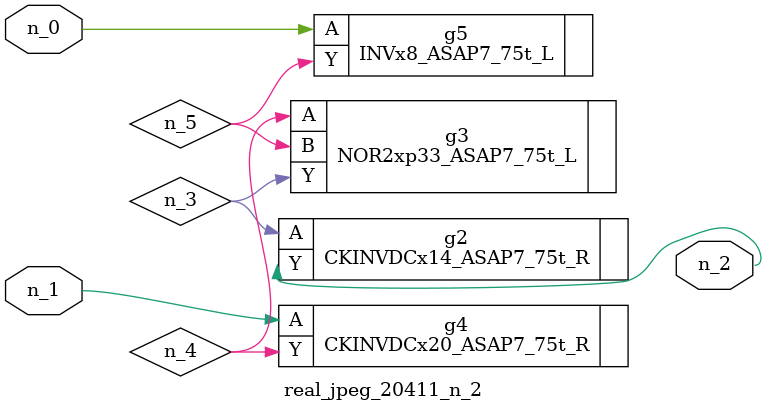
<source format=v>
module real_jpeg_20411_n_2 (n_1, n_0, n_2);

input n_1;
input n_0;

output n_2;

wire n_5;
wire n_4;
wire n_3;

INVx8_ASAP7_75t_L g5 ( 
.A(n_0),
.Y(n_5)
);

CKINVDCx20_ASAP7_75t_R g4 ( 
.A(n_1),
.Y(n_4)
);

CKINVDCx14_ASAP7_75t_R g2 ( 
.A(n_3),
.Y(n_2)
);

NOR2xp33_ASAP7_75t_L g3 ( 
.A(n_4),
.B(n_5),
.Y(n_3)
);


endmodule
</source>
